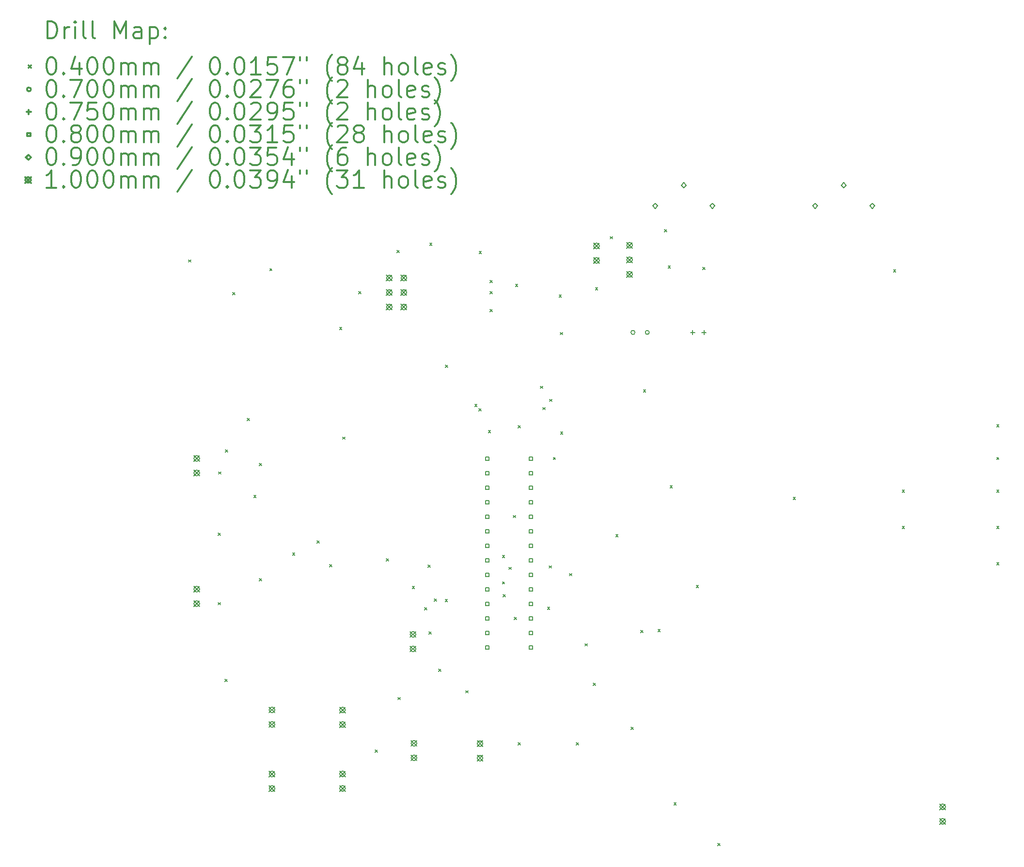
<source format=gbr>
%FSLAX45Y45*%
G04 Gerber Fmt 4.5, Leading zero omitted, Abs format (unit mm)*
G04 Created by KiCad (PCBNEW (5.1.12-1-10_14)) date 2021-12-30 00:25:39*
%MOMM*%
%LPD*%
G01*
G04 APERTURE LIST*
%ADD10C,0.200000*%
%ADD11C,0.300000*%
G04 APERTURE END LIST*
D10*
X2754950Y-4336100D02*
X2794950Y-4376100D01*
X2794950Y-4336100D02*
X2754950Y-4376100D01*
X3269300Y-9117650D02*
X3309300Y-9157650D01*
X3309300Y-9117650D02*
X3269300Y-9157650D01*
X3269300Y-10330500D02*
X3309300Y-10370500D01*
X3309300Y-10330500D02*
X3269300Y-10370500D01*
X3276600Y-8046050D02*
X3316600Y-8086050D01*
X3316600Y-8046050D02*
X3276600Y-8086050D01*
X3389950Y-11670350D02*
X3429950Y-11710350D01*
X3429950Y-11670350D02*
X3389950Y-11710350D01*
X3396300Y-7657150D02*
X3436300Y-7697150D01*
X3436300Y-7657150D02*
X3396300Y-7697150D01*
X3523300Y-4907600D02*
X3563300Y-4947600D01*
X3563300Y-4907600D02*
X3523300Y-4947600D01*
X3777300Y-7111050D02*
X3817300Y-7151050D01*
X3817300Y-7111050D02*
X3777300Y-7151050D01*
X3891600Y-8457250D02*
X3931600Y-8497250D01*
X3931600Y-8457250D02*
X3891600Y-8497250D01*
X3986850Y-7898450D02*
X4026850Y-7938450D01*
X4026850Y-7898450D02*
X3986850Y-7938450D01*
X3986850Y-9911400D02*
X4026850Y-9951400D01*
X4026850Y-9911400D02*
X3986850Y-9951400D01*
X4171000Y-4488500D02*
X4211000Y-4528500D01*
X4211000Y-4488500D02*
X4171000Y-4528500D01*
X4569000Y-9462000D02*
X4609000Y-9502000D01*
X4609000Y-9462000D02*
X4569000Y-9502000D01*
X4996500Y-9251000D02*
X5036500Y-9291000D01*
X5036500Y-9251000D02*
X4996500Y-9291000D01*
X5218750Y-9663750D02*
X5258750Y-9703750D01*
X5258750Y-9663750D02*
X5218750Y-9703750D01*
X5390200Y-5517200D02*
X5430200Y-5557200D01*
X5430200Y-5517200D02*
X5390200Y-5557200D01*
X5447350Y-7434900D02*
X5487350Y-7474900D01*
X5487350Y-7434900D02*
X5447350Y-7474900D01*
X5726750Y-4888550D02*
X5766750Y-4928550D01*
X5766750Y-4888550D02*
X5726750Y-4928550D01*
X6011000Y-12908000D02*
X6051000Y-12948000D01*
X6051000Y-12908000D02*
X6011000Y-12948000D01*
X6209350Y-9562150D02*
X6249350Y-9602150D01*
X6249350Y-9562150D02*
X6209350Y-9602150D01*
X6393500Y-4171000D02*
X6433500Y-4211000D01*
X6433500Y-4171000D02*
X6393500Y-4211000D01*
X6413000Y-11990000D02*
X6453000Y-12030000D01*
X6453000Y-11990000D02*
X6413000Y-12030000D01*
X6660200Y-10044750D02*
X6700200Y-10084750D01*
X6700200Y-10044750D02*
X6660200Y-10084750D01*
X6877000Y-10420000D02*
X6917000Y-10460000D01*
X6917000Y-10420000D02*
X6877000Y-10460000D01*
X6935000Y-9678000D02*
X6975000Y-9718000D01*
X6975000Y-9678000D02*
X6935000Y-9718000D01*
X6955000Y-10846000D02*
X6995000Y-10886000D01*
X6995000Y-10846000D02*
X6955000Y-10886000D01*
X6965000Y-4044000D02*
X7005000Y-4084000D01*
X7005000Y-4044000D02*
X6965000Y-4084000D01*
X7045000Y-10270000D02*
X7085000Y-10310000D01*
X7085000Y-10270000D02*
X7045000Y-10310000D01*
X7122000Y-11494000D02*
X7162000Y-11534000D01*
X7162000Y-11494000D02*
X7122000Y-11534000D01*
X7236000Y-10274000D02*
X7276000Y-10314000D01*
X7276000Y-10274000D02*
X7236000Y-10314000D01*
X7240600Y-6178050D02*
X7280600Y-6218050D01*
X7280600Y-6178050D02*
X7240600Y-6218050D01*
X7597000Y-11873000D02*
X7637000Y-11913000D01*
X7637000Y-11873000D02*
X7597000Y-11913000D01*
X7753377Y-6864377D02*
X7793377Y-6904377D01*
X7793377Y-6864377D02*
X7753377Y-6904377D01*
X7827623Y-6938623D02*
X7867623Y-6978623D01*
X7867623Y-6938623D02*
X7827623Y-6978623D01*
X7828600Y-4190050D02*
X7868600Y-4230050D01*
X7868600Y-4190050D02*
X7828600Y-4230050D01*
X7990600Y-7323850D02*
X8030600Y-7363850D01*
X8030600Y-7323850D02*
X7990600Y-7363850D01*
X8019100Y-4698050D02*
X8059100Y-4738050D01*
X8059100Y-4698050D02*
X8019100Y-4738050D01*
X8019100Y-4888550D02*
X8059100Y-4928550D01*
X8059100Y-4888550D02*
X8019100Y-4928550D01*
X8019100Y-5206050D02*
X8059100Y-5246050D01*
X8059100Y-5206050D02*
X8019100Y-5246050D01*
X8235000Y-9505000D02*
X8275000Y-9545000D01*
X8275000Y-9505000D02*
X8235000Y-9545000D01*
X8237000Y-9966550D02*
X8277000Y-10006550D01*
X8277000Y-9966550D02*
X8237000Y-10006550D01*
X8248450Y-10191550D02*
X8288450Y-10231550D01*
X8288450Y-10191550D02*
X8248450Y-10231550D01*
X8350100Y-9712550D02*
X8390100Y-9752550D01*
X8390100Y-9712550D02*
X8350100Y-9752550D01*
X8425500Y-8806500D02*
X8465500Y-8846500D01*
X8465500Y-8806500D02*
X8425500Y-8846500D01*
X8440750Y-10587050D02*
X8480750Y-10627050D01*
X8480750Y-10587050D02*
X8440750Y-10627050D01*
X8463600Y-4761550D02*
X8503600Y-4801550D01*
X8503600Y-4761550D02*
X8463600Y-4801550D01*
X8508100Y-7239550D02*
X8548100Y-7279550D01*
X8548100Y-7239550D02*
X8508100Y-7279550D01*
X8514000Y-12781000D02*
X8554000Y-12821000D01*
X8554000Y-12781000D02*
X8514000Y-12821000D01*
X8901750Y-6545900D02*
X8941750Y-6585900D01*
X8941750Y-6545900D02*
X8901750Y-6585900D01*
X8940000Y-6920000D02*
X8980000Y-6960000D01*
X8980000Y-6920000D02*
X8940000Y-6960000D01*
X9022400Y-10413050D02*
X9062400Y-10453050D01*
X9062400Y-10413050D02*
X9022400Y-10453050D01*
X9053550Y-9688550D02*
X9093550Y-9728550D01*
X9093550Y-9688550D02*
X9053550Y-9728550D01*
X9060500Y-6774500D02*
X9100500Y-6814500D01*
X9100500Y-6774500D02*
X9060500Y-6814500D01*
X9124000Y-7790500D02*
X9164000Y-7830500D01*
X9164000Y-7790500D02*
X9124000Y-7830500D01*
X9225600Y-4952050D02*
X9265600Y-4992050D01*
X9265600Y-4952050D02*
X9225600Y-4992050D01*
X9244650Y-5606100D02*
X9284650Y-5646100D01*
X9284650Y-5606100D02*
X9244650Y-5646100D01*
X9251000Y-7346000D02*
X9291000Y-7386000D01*
X9291000Y-7346000D02*
X9251000Y-7386000D01*
X9409750Y-9822500D02*
X9449750Y-9862500D01*
X9449750Y-9822500D02*
X9409750Y-9862500D01*
X9528000Y-12780000D02*
X9568000Y-12820000D01*
X9568000Y-12780000D02*
X9528000Y-12820000D01*
X9679000Y-11051000D02*
X9719000Y-11091000D01*
X9719000Y-11051000D02*
X9679000Y-11091000D01*
X9823000Y-11738000D02*
X9863000Y-11778000D01*
X9863000Y-11738000D02*
X9823000Y-11778000D01*
X9860600Y-4825050D02*
X9900600Y-4865050D01*
X9900600Y-4825050D02*
X9860600Y-4865050D01*
X10120100Y-3930550D02*
X10160100Y-3970550D01*
X10160100Y-3930550D02*
X10120100Y-3970550D01*
X10216200Y-9143050D02*
X10256200Y-9183050D01*
X10256200Y-9143050D02*
X10216200Y-9183050D01*
X10482000Y-12511000D02*
X10522000Y-12551000D01*
X10522000Y-12511000D02*
X10482000Y-12551000D01*
X10652000Y-10819000D02*
X10692000Y-10859000D01*
X10692000Y-10819000D02*
X10652000Y-10859000D01*
X10698800Y-6609400D02*
X10738800Y-6649400D01*
X10738800Y-6609400D02*
X10698800Y-6649400D01*
X10952672Y-10802672D02*
X10992672Y-10842672D01*
X10992672Y-10802672D02*
X10952672Y-10842672D01*
X11067100Y-3809050D02*
X11107100Y-3849050D01*
X11107100Y-3809050D02*
X11067100Y-3849050D01*
X11130600Y-4444050D02*
X11170600Y-4484050D01*
X11170600Y-4444050D02*
X11130600Y-4484050D01*
X11166061Y-8288439D02*
X11206061Y-8328439D01*
X11206061Y-8288439D02*
X11166061Y-8328439D01*
X11234000Y-13830000D02*
X11274000Y-13870000D01*
X11274000Y-13830000D02*
X11234000Y-13870000D01*
X11621906Y-10030906D02*
X11661906Y-10070906D01*
X11661906Y-10030906D02*
X11621906Y-10070906D01*
X11738600Y-4471050D02*
X11778600Y-4511050D01*
X11778600Y-4471050D02*
X11738600Y-4511050D01*
X11999000Y-14546000D02*
X12039000Y-14586000D01*
X12039000Y-14546000D02*
X11999000Y-14586000D01*
X13315000Y-8489000D02*
X13355000Y-8529000D01*
X13355000Y-8489000D02*
X13315000Y-8529000D01*
X15067600Y-4507550D02*
X15107600Y-4547550D01*
X15107600Y-4507550D02*
X15067600Y-4547550D01*
X15220000Y-8362000D02*
X15260000Y-8402000D01*
X15260000Y-8362000D02*
X15220000Y-8402000D01*
X15220000Y-8997000D02*
X15260000Y-9037000D01*
X15260000Y-8997000D02*
X15220000Y-9037000D01*
X16871000Y-7219000D02*
X16911000Y-7259000D01*
X16911000Y-7219000D02*
X16871000Y-7259000D01*
X16871000Y-7790500D02*
X16911000Y-7830500D01*
X16911000Y-7790500D02*
X16871000Y-7830500D01*
X16871000Y-8362000D02*
X16911000Y-8402000D01*
X16911000Y-8362000D02*
X16871000Y-8402000D01*
X16871000Y-8997000D02*
X16911000Y-9037000D01*
X16911000Y-8997000D02*
X16871000Y-9037000D01*
X16871000Y-9632000D02*
X16911000Y-9672000D01*
X16911000Y-9632000D02*
X16871000Y-9672000D01*
X10552600Y-5607050D02*
G75*
G03*
X10552600Y-5607050I-35000J0D01*
G01*
X10802600Y-5607050D02*
G75*
G03*
X10802600Y-5607050I-35000J0D01*
G01*
X11558600Y-5569550D02*
X11558600Y-5644550D01*
X11521100Y-5607050D02*
X11596100Y-5607050D01*
X11758600Y-5569550D02*
X11758600Y-5644550D01*
X11721100Y-5607050D02*
X11796100Y-5607050D01*
X8002884Y-7841334D02*
X8002884Y-7784765D01*
X7946315Y-7784765D01*
X7946315Y-7841334D01*
X8002884Y-7841334D01*
X8002884Y-8095334D02*
X8002884Y-8038765D01*
X7946315Y-8038765D01*
X7946315Y-8095334D01*
X8002884Y-8095334D01*
X8002884Y-8349334D02*
X8002884Y-8292765D01*
X7946315Y-8292765D01*
X7946315Y-8349334D01*
X8002884Y-8349334D01*
X8002884Y-8603335D02*
X8002884Y-8546766D01*
X7946315Y-8546766D01*
X7946315Y-8603335D01*
X8002884Y-8603335D01*
X8002884Y-8857335D02*
X8002884Y-8800766D01*
X7946315Y-8800766D01*
X7946315Y-8857335D01*
X8002884Y-8857335D01*
X8002884Y-9111335D02*
X8002884Y-9054766D01*
X7946315Y-9054766D01*
X7946315Y-9111335D01*
X8002884Y-9111335D01*
X8002884Y-9365335D02*
X8002884Y-9308766D01*
X7946315Y-9308766D01*
X7946315Y-9365335D01*
X8002884Y-9365335D01*
X8002884Y-9619335D02*
X8002884Y-9562766D01*
X7946315Y-9562766D01*
X7946315Y-9619335D01*
X8002884Y-9619335D01*
X8002884Y-9873335D02*
X8002884Y-9816766D01*
X7946315Y-9816766D01*
X7946315Y-9873335D01*
X8002884Y-9873335D01*
X8002884Y-10127335D02*
X8002884Y-10070766D01*
X7946315Y-10070766D01*
X7946315Y-10127335D01*
X8002884Y-10127335D01*
X8002884Y-10381335D02*
X8002884Y-10324766D01*
X7946315Y-10324766D01*
X7946315Y-10381335D01*
X8002884Y-10381335D01*
X8002884Y-10635335D02*
X8002884Y-10578766D01*
X7946315Y-10578766D01*
X7946315Y-10635335D01*
X8002884Y-10635335D01*
X8002884Y-10889335D02*
X8002884Y-10832766D01*
X7946315Y-10832766D01*
X7946315Y-10889335D01*
X8002884Y-10889335D01*
X8002884Y-11143335D02*
X8002884Y-11086766D01*
X7946315Y-11086766D01*
X7946315Y-11143335D01*
X8002884Y-11143335D01*
X8764885Y-7841334D02*
X8764885Y-7784765D01*
X8708316Y-7784765D01*
X8708316Y-7841334D01*
X8764885Y-7841334D01*
X8764885Y-8095334D02*
X8764885Y-8038765D01*
X8708316Y-8038765D01*
X8708316Y-8095334D01*
X8764885Y-8095334D01*
X8764885Y-8349334D02*
X8764885Y-8292765D01*
X8708316Y-8292765D01*
X8708316Y-8349334D01*
X8764885Y-8349334D01*
X8764885Y-8603335D02*
X8764885Y-8546766D01*
X8708316Y-8546766D01*
X8708316Y-8603335D01*
X8764885Y-8603335D01*
X8764885Y-8857335D02*
X8764885Y-8800766D01*
X8708316Y-8800766D01*
X8708316Y-8857335D01*
X8764885Y-8857335D01*
X8764885Y-9111335D02*
X8764885Y-9054766D01*
X8708316Y-9054766D01*
X8708316Y-9111335D01*
X8764885Y-9111335D01*
X8764885Y-9365335D02*
X8764885Y-9308766D01*
X8708316Y-9308766D01*
X8708316Y-9365335D01*
X8764885Y-9365335D01*
X8764885Y-9619335D02*
X8764885Y-9562766D01*
X8708316Y-9562766D01*
X8708316Y-9619335D01*
X8764885Y-9619335D01*
X8764885Y-9873335D02*
X8764885Y-9816766D01*
X8708316Y-9816766D01*
X8708316Y-9873335D01*
X8764885Y-9873335D01*
X8764885Y-10127335D02*
X8764885Y-10070766D01*
X8708316Y-10070766D01*
X8708316Y-10127335D01*
X8764885Y-10127335D01*
X8764885Y-10381335D02*
X8764885Y-10324766D01*
X8708316Y-10324766D01*
X8708316Y-10381335D01*
X8764885Y-10381335D01*
X8764885Y-10635335D02*
X8764885Y-10578766D01*
X8708316Y-10578766D01*
X8708316Y-10635335D01*
X8764885Y-10635335D01*
X8764885Y-10889335D02*
X8764885Y-10832766D01*
X8708316Y-10832766D01*
X8708316Y-10889335D01*
X8764885Y-10889335D01*
X8764885Y-11143335D02*
X8764885Y-11086766D01*
X8708316Y-11086766D01*
X8708316Y-11143335D01*
X8764885Y-11143335D01*
X10904600Y-3439050D02*
X10949600Y-3394050D01*
X10904600Y-3349050D01*
X10859600Y-3394050D01*
X10904600Y-3439050D01*
X11404600Y-3079050D02*
X11449600Y-3034050D01*
X11404600Y-2989050D01*
X11359600Y-3034050D01*
X11404600Y-3079050D01*
X11904600Y-3439050D02*
X11949600Y-3394050D01*
X11904600Y-3349050D01*
X11859600Y-3394050D01*
X11904600Y-3439050D01*
X13698600Y-3439050D02*
X13743600Y-3394050D01*
X13698600Y-3349050D01*
X13653600Y-3394050D01*
X13698600Y-3439050D01*
X14198600Y-3079050D02*
X14243600Y-3034050D01*
X14198600Y-2989050D01*
X14153600Y-3034050D01*
X14198600Y-3079050D01*
X14698600Y-3439050D02*
X14743600Y-3394050D01*
X14698600Y-3349050D01*
X14653600Y-3394050D01*
X14698600Y-3439050D01*
X2845600Y-7760500D02*
X2945600Y-7860500D01*
X2945600Y-7760500D02*
X2845600Y-7860500D01*
X2945600Y-7810500D02*
G75*
G03*
X2945600Y-7810500I-50000J0D01*
G01*
X2845600Y-8014500D02*
X2945600Y-8114500D01*
X2945600Y-8014500D02*
X2845600Y-8114500D01*
X2945600Y-8064500D02*
G75*
G03*
X2945600Y-8064500I-50000J0D01*
G01*
X2845600Y-10046500D02*
X2945600Y-10146500D01*
X2945600Y-10046500D02*
X2845600Y-10146500D01*
X2945600Y-10096500D02*
G75*
G03*
X2945600Y-10096500I-50000J0D01*
G01*
X2845600Y-10300500D02*
X2945600Y-10400500D01*
X2945600Y-10300500D02*
X2845600Y-10400500D01*
X2945600Y-10350500D02*
G75*
G03*
X2945600Y-10350500I-50000J0D01*
G01*
X4161000Y-12160000D02*
X4261000Y-12260000D01*
X4261000Y-12160000D02*
X4161000Y-12260000D01*
X4261000Y-12210000D02*
G75*
G03*
X4261000Y-12210000I-50000J0D01*
G01*
X4161000Y-12414000D02*
X4261000Y-12514000D01*
X4261000Y-12414000D02*
X4161000Y-12514000D01*
X4261000Y-12464000D02*
G75*
G03*
X4261000Y-12464000I-50000J0D01*
G01*
X4162000Y-13281000D02*
X4262000Y-13381000D01*
X4262000Y-13281000D02*
X4162000Y-13381000D01*
X4262000Y-13331000D02*
G75*
G03*
X4262000Y-13331000I-50000J0D01*
G01*
X4162000Y-13535000D02*
X4262000Y-13635000D01*
X4262000Y-13535000D02*
X4162000Y-13635000D01*
X4262000Y-13585000D02*
G75*
G03*
X4262000Y-13585000I-50000J0D01*
G01*
X5393000Y-12161000D02*
X5493000Y-12261000D01*
X5493000Y-12161000D02*
X5393000Y-12261000D01*
X5493000Y-12211000D02*
G75*
G03*
X5493000Y-12211000I-50000J0D01*
G01*
X5393000Y-12415000D02*
X5493000Y-12515000D01*
X5493000Y-12415000D02*
X5393000Y-12515000D01*
X5493000Y-12465000D02*
G75*
G03*
X5493000Y-12465000I-50000J0D01*
G01*
X5393000Y-13279000D02*
X5493000Y-13379000D01*
X5493000Y-13279000D02*
X5393000Y-13379000D01*
X5493000Y-13329000D02*
G75*
G03*
X5493000Y-13329000I-50000J0D01*
G01*
X5393000Y-13533000D02*
X5493000Y-13633000D01*
X5493000Y-13533000D02*
X5393000Y-13633000D01*
X5493000Y-13583000D02*
G75*
G03*
X5493000Y-13583000I-50000J0D01*
G01*
X6211100Y-4604550D02*
X6311100Y-4704550D01*
X6311100Y-4604550D02*
X6211100Y-4704550D01*
X6311100Y-4654550D02*
G75*
G03*
X6311100Y-4654550I-50000J0D01*
G01*
X6211100Y-4858550D02*
X6311100Y-4958550D01*
X6311100Y-4858550D02*
X6211100Y-4958550D01*
X6311100Y-4908550D02*
G75*
G03*
X6311100Y-4908550I-50000J0D01*
G01*
X6211100Y-5112550D02*
X6311100Y-5212550D01*
X6311100Y-5112550D02*
X6211100Y-5212550D01*
X6311100Y-5162550D02*
G75*
G03*
X6311100Y-5162550I-50000J0D01*
G01*
X6465100Y-4604550D02*
X6565100Y-4704550D01*
X6565100Y-4604550D02*
X6465100Y-4704550D01*
X6565100Y-4654550D02*
G75*
G03*
X6565100Y-4654550I-50000J0D01*
G01*
X6465100Y-4858550D02*
X6565100Y-4958550D01*
X6565100Y-4858550D02*
X6465100Y-4958550D01*
X6565100Y-4908550D02*
G75*
G03*
X6565100Y-4908550I-50000J0D01*
G01*
X6465100Y-5112550D02*
X6565100Y-5212550D01*
X6565100Y-5112550D02*
X6465100Y-5212550D01*
X6565100Y-5162550D02*
G75*
G03*
X6565100Y-5162550I-50000J0D01*
G01*
X6625000Y-10839000D02*
X6725000Y-10939000D01*
X6725000Y-10839000D02*
X6625000Y-10939000D01*
X6725000Y-10889000D02*
G75*
G03*
X6725000Y-10889000I-50000J0D01*
G01*
X6625000Y-11093000D02*
X6725000Y-11193000D01*
X6725000Y-11093000D02*
X6625000Y-11193000D01*
X6725000Y-11143000D02*
G75*
G03*
X6725000Y-11143000I-50000J0D01*
G01*
X6641000Y-12744000D02*
X6741000Y-12844000D01*
X6741000Y-12744000D02*
X6641000Y-12844000D01*
X6741000Y-12794000D02*
G75*
G03*
X6741000Y-12794000I-50000J0D01*
G01*
X6641000Y-12998000D02*
X6741000Y-13098000D01*
X6741000Y-12998000D02*
X6641000Y-13098000D01*
X6741000Y-13048000D02*
G75*
G03*
X6741000Y-13048000I-50000J0D01*
G01*
X7795000Y-12749000D02*
X7895000Y-12849000D01*
X7895000Y-12749000D02*
X7795000Y-12849000D01*
X7895000Y-12799000D02*
G75*
G03*
X7895000Y-12799000I-50000J0D01*
G01*
X7795000Y-13003000D02*
X7895000Y-13103000D01*
X7895000Y-13003000D02*
X7795000Y-13103000D01*
X7895000Y-13053000D02*
G75*
G03*
X7895000Y-13053000I-50000J0D01*
G01*
X9830600Y-4044480D02*
X9930600Y-4144480D01*
X9930600Y-4044480D02*
X9830600Y-4144480D01*
X9930600Y-4094480D02*
G75*
G03*
X9930600Y-4094480I-50000J0D01*
G01*
X9830600Y-4298480D02*
X9930600Y-4398480D01*
X9930600Y-4298480D02*
X9830600Y-4398480D01*
X9930600Y-4348480D02*
G75*
G03*
X9930600Y-4348480I-50000J0D01*
G01*
X10408450Y-4033050D02*
X10508450Y-4133050D01*
X10508450Y-4033050D02*
X10408450Y-4133050D01*
X10508450Y-4083050D02*
G75*
G03*
X10508450Y-4083050I-50000J0D01*
G01*
X10408450Y-4287050D02*
X10508450Y-4387050D01*
X10508450Y-4287050D02*
X10408450Y-4387050D01*
X10508450Y-4337050D02*
G75*
G03*
X10508450Y-4337050I-50000J0D01*
G01*
X10408450Y-4541050D02*
X10508450Y-4641050D01*
X10508450Y-4541050D02*
X10408450Y-4641050D01*
X10508450Y-4591050D02*
G75*
G03*
X10508450Y-4591050I-50000J0D01*
G01*
X15879000Y-13855000D02*
X15979000Y-13955000D01*
X15979000Y-13855000D02*
X15879000Y-13955000D01*
X15979000Y-13905000D02*
G75*
G03*
X15979000Y-13905000I-50000J0D01*
G01*
X15879000Y-14109000D02*
X15979000Y-14209000D01*
X15979000Y-14109000D02*
X15879000Y-14209000D01*
X15979000Y-14159000D02*
G75*
G03*
X15979000Y-14159000I-50000J0D01*
G01*
D11*
X286429Y-465714D02*
X286429Y-165714D01*
X357857Y-165714D01*
X400714Y-180000D01*
X429286Y-208571D01*
X443571Y-237143D01*
X457857Y-294286D01*
X457857Y-337143D01*
X443571Y-394286D01*
X429286Y-422857D01*
X400714Y-451428D01*
X357857Y-465714D01*
X286429Y-465714D01*
X586429Y-465714D02*
X586429Y-265714D01*
X586429Y-322857D02*
X600714Y-294286D01*
X615000Y-280000D01*
X643571Y-265714D01*
X672143Y-265714D01*
X772143Y-465714D02*
X772143Y-265714D01*
X772143Y-165714D02*
X757857Y-180000D01*
X772143Y-194286D01*
X786428Y-180000D01*
X772143Y-165714D01*
X772143Y-194286D01*
X957857Y-465714D02*
X929286Y-451428D01*
X915000Y-422857D01*
X915000Y-165714D01*
X1115000Y-465714D02*
X1086429Y-451428D01*
X1072143Y-422857D01*
X1072143Y-165714D01*
X1457857Y-465714D02*
X1457857Y-165714D01*
X1557857Y-380000D01*
X1657857Y-165714D01*
X1657857Y-465714D01*
X1929286Y-465714D02*
X1929286Y-308571D01*
X1915000Y-280000D01*
X1886428Y-265714D01*
X1829286Y-265714D01*
X1800714Y-280000D01*
X1929286Y-451428D02*
X1900714Y-465714D01*
X1829286Y-465714D01*
X1800714Y-451428D01*
X1786428Y-422857D01*
X1786428Y-394286D01*
X1800714Y-365714D01*
X1829286Y-351428D01*
X1900714Y-351428D01*
X1929286Y-337143D01*
X2072143Y-265714D02*
X2072143Y-565714D01*
X2072143Y-280000D02*
X2100714Y-265714D01*
X2157857Y-265714D01*
X2186429Y-280000D01*
X2200714Y-294286D01*
X2215000Y-322857D01*
X2215000Y-408571D01*
X2200714Y-437143D01*
X2186429Y-451428D01*
X2157857Y-465714D01*
X2100714Y-465714D01*
X2072143Y-451428D01*
X2343571Y-437143D02*
X2357857Y-451428D01*
X2343571Y-465714D01*
X2329286Y-451428D01*
X2343571Y-437143D01*
X2343571Y-465714D01*
X2343571Y-280000D02*
X2357857Y-294286D01*
X2343571Y-308571D01*
X2329286Y-294286D01*
X2343571Y-280000D01*
X2343571Y-308571D01*
X-40000Y-940000D02*
X0Y-980000D01*
X0Y-940000D02*
X-40000Y-980000D01*
X343571Y-795714D02*
X372143Y-795714D01*
X400714Y-810000D01*
X415000Y-824286D01*
X429286Y-852857D01*
X443571Y-910000D01*
X443571Y-981428D01*
X429286Y-1038571D01*
X415000Y-1067143D01*
X400714Y-1081429D01*
X372143Y-1095714D01*
X343571Y-1095714D01*
X315000Y-1081429D01*
X300714Y-1067143D01*
X286429Y-1038571D01*
X272143Y-981428D01*
X272143Y-910000D01*
X286429Y-852857D01*
X300714Y-824286D01*
X315000Y-810000D01*
X343571Y-795714D01*
X572143Y-1067143D02*
X586429Y-1081429D01*
X572143Y-1095714D01*
X557857Y-1081429D01*
X572143Y-1067143D01*
X572143Y-1095714D01*
X843571Y-895714D02*
X843571Y-1095714D01*
X772143Y-781428D02*
X700714Y-995714D01*
X886428Y-995714D01*
X1057857Y-795714D02*
X1086429Y-795714D01*
X1115000Y-810000D01*
X1129286Y-824286D01*
X1143571Y-852857D01*
X1157857Y-910000D01*
X1157857Y-981428D01*
X1143571Y-1038571D01*
X1129286Y-1067143D01*
X1115000Y-1081429D01*
X1086429Y-1095714D01*
X1057857Y-1095714D01*
X1029286Y-1081429D01*
X1015000Y-1067143D01*
X1000714Y-1038571D01*
X986428Y-981428D01*
X986428Y-910000D01*
X1000714Y-852857D01*
X1015000Y-824286D01*
X1029286Y-810000D01*
X1057857Y-795714D01*
X1343571Y-795714D02*
X1372143Y-795714D01*
X1400714Y-810000D01*
X1415000Y-824286D01*
X1429286Y-852857D01*
X1443571Y-910000D01*
X1443571Y-981428D01*
X1429286Y-1038571D01*
X1415000Y-1067143D01*
X1400714Y-1081429D01*
X1372143Y-1095714D01*
X1343571Y-1095714D01*
X1315000Y-1081429D01*
X1300714Y-1067143D01*
X1286429Y-1038571D01*
X1272143Y-981428D01*
X1272143Y-910000D01*
X1286429Y-852857D01*
X1300714Y-824286D01*
X1315000Y-810000D01*
X1343571Y-795714D01*
X1572143Y-1095714D02*
X1572143Y-895714D01*
X1572143Y-924286D02*
X1586428Y-910000D01*
X1615000Y-895714D01*
X1657857Y-895714D01*
X1686428Y-910000D01*
X1700714Y-938571D01*
X1700714Y-1095714D01*
X1700714Y-938571D02*
X1715000Y-910000D01*
X1743571Y-895714D01*
X1786428Y-895714D01*
X1815000Y-910000D01*
X1829286Y-938571D01*
X1829286Y-1095714D01*
X1972143Y-1095714D02*
X1972143Y-895714D01*
X1972143Y-924286D02*
X1986428Y-910000D01*
X2015000Y-895714D01*
X2057857Y-895714D01*
X2086428Y-910000D01*
X2100714Y-938571D01*
X2100714Y-1095714D01*
X2100714Y-938571D02*
X2115000Y-910000D01*
X2143571Y-895714D01*
X2186429Y-895714D01*
X2215000Y-910000D01*
X2229286Y-938571D01*
X2229286Y-1095714D01*
X2815000Y-781428D02*
X2557857Y-1167143D01*
X3200714Y-795714D02*
X3229286Y-795714D01*
X3257857Y-810000D01*
X3272143Y-824286D01*
X3286428Y-852857D01*
X3300714Y-910000D01*
X3300714Y-981428D01*
X3286428Y-1038571D01*
X3272143Y-1067143D01*
X3257857Y-1081429D01*
X3229286Y-1095714D01*
X3200714Y-1095714D01*
X3172143Y-1081429D01*
X3157857Y-1067143D01*
X3143571Y-1038571D01*
X3129286Y-981428D01*
X3129286Y-910000D01*
X3143571Y-852857D01*
X3157857Y-824286D01*
X3172143Y-810000D01*
X3200714Y-795714D01*
X3429286Y-1067143D02*
X3443571Y-1081429D01*
X3429286Y-1095714D01*
X3415000Y-1081429D01*
X3429286Y-1067143D01*
X3429286Y-1095714D01*
X3629286Y-795714D02*
X3657857Y-795714D01*
X3686428Y-810000D01*
X3700714Y-824286D01*
X3715000Y-852857D01*
X3729286Y-910000D01*
X3729286Y-981428D01*
X3715000Y-1038571D01*
X3700714Y-1067143D01*
X3686428Y-1081429D01*
X3657857Y-1095714D01*
X3629286Y-1095714D01*
X3600714Y-1081429D01*
X3586428Y-1067143D01*
X3572143Y-1038571D01*
X3557857Y-981428D01*
X3557857Y-910000D01*
X3572143Y-852857D01*
X3586428Y-824286D01*
X3600714Y-810000D01*
X3629286Y-795714D01*
X4015000Y-1095714D02*
X3843571Y-1095714D01*
X3929286Y-1095714D02*
X3929286Y-795714D01*
X3900714Y-838571D01*
X3872143Y-867143D01*
X3843571Y-881428D01*
X4286429Y-795714D02*
X4143571Y-795714D01*
X4129286Y-938571D01*
X4143571Y-924286D01*
X4172143Y-910000D01*
X4243571Y-910000D01*
X4272143Y-924286D01*
X4286429Y-938571D01*
X4300714Y-967143D01*
X4300714Y-1038571D01*
X4286429Y-1067143D01*
X4272143Y-1081429D01*
X4243571Y-1095714D01*
X4172143Y-1095714D01*
X4143571Y-1081429D01*
X4129286Y-1067143D01*
X4400714Y-795714D02*
X4600714Y-795714D01*
X4472143Y-1095714D01*
X4700714Y-795714D02*
X4700714Y-852857D01*
X4815000Y-795714D02*
X4815000Y-852857D01*
X5257857Y-1210000D02*
X5243571Y-1195714D01*
X5215000Y-1152857D01*
X5200714Y-1124286D01*
X5186429Y-1081429D01*
X5172143Y-1010000D01*
X5172143Y-952857D01*
X5186429Y-881428D01*
X5200714Y-838571D01*
X5215000Y-810000D01*
X5243571Y-767143D01*
X5257857Y-752857D01*
X5415000Y-924286D02*
X5386429Y-910000D01*
X5372143Y-895714D01*
X5357857Y-867143D01*
X5357857Y-852857D01*
X5372143Y-824286D01*
X5386429Y-810000D01*
X5415000Y-795714D01*
X5472143Y-795714D01*
X5500714Y-810000D01*
X5515000Y-824286D01*
X5529286Y-852857D01*
X5529286Y-867143D01*
X5515000Y-895714D01*
X5500714Y-910000D01*
X5472143Y-924286D01*
X5415000Y-924286D01*
X5386429Y-938571D01*
X5372143Y-952857D01*
X5357857Y-981428D01*
X5357857Y-1038571D01*
X5372143Y-1067143D01*
X5386429Y-1081429D01*
X5415000Y-1095714D01*
X5472143Y-1095714D01*
X5500714Y-1081429D01*
X5515000Y-1067143D01*
X5529286Y-1038571D01*
X5529286Y-981428D01*
X5515000Y-952857D01*
X5500714Y-938571D01*
X5472143Y-924286D01*
X5786428Y-895714D02*
X5786428Y-1095714D01*
X5715000Y-781428D02*
X5643571Y-995714D01*
X5829286Y-995714D01*
X6172143Y-1095714D02*
X6172143Y-795714D01*
X6300714Y-1095714D02*
X6300714Y-938571D01*
X6286428Y-910000D01*
X6257857Y-895714D01*
X6215000Y-895714D01*
X6186428Y-910000D01*
X6172143Y-924286D01*
X6486428Y-1095714D02*
X6457857Y-1081429D01*
X6443571Y-1067143D01*
X6429286Y-1038571D01*
X6429286Y-952857D01*
X6443571Y-924286D01*
X6457857Y-910000D01*
X6486428Y-895714D01*
X6529286Y-895714D01*
X6557857Y-910000D01*
X6572143Y-924286D01*
X6586428Y-952857D01*
X6586428Y-1038571D01*
X6572143Y-1067143D01*
X6557857Y-1081429D01*
X6529286Y-1095714D01*
X6486428Y-1095714D01*
X6757857Y-1095714D02*
X6729286Y-1081429D01*
X6715000Y-1052857D01*
X6715000Y-795714D01*
X6986428Y-1081429D02*
X6957857Y-1095714D01*
X6900714Y-1095714D01*
X6872143Y-1081429D01*
X6857857Y-1052857D01*
X6857857Y-938571D01*
X6872143Y-910000D01*
X6900714Y-895714D01*
X6957857Y-895714D01*
X6986428Y-910000D01*
X7000714Y-938571D01*
X7000714Y-967143D01*
X6857857Y-995714D01*
X7115000Y-1081429D02*
X7143571Y-1095714D01*
X7200714Y-1095714D01*
X7229286Y-1081429D01*
X7243571Y-1052857D01*
X7243571Y-1038571D01*
X7229286Y-1010000D01*
X7200714Y-995714D01*
X7157857Y-995714D01*
X7129286Y-981428D01*
X7115000Y-952857D01*
X7115000Y-938571D01*
X7129286Y-910000D01*
X7157857Y-895714D01*
X7200714Y-895714D01*
X7229286Y-910000D01*
X7343571Y-1210000D02*
X7357857Y-1195714D01*
X7386428Y-1152857D01*
X7400714Y-1124286D01*
X7415000Y-1081429D01*
X7429286Y-1010000D01*
X7429286Y-952857D01*
X7415000Y-881428D01*
X7400714Y-838571D01*
X7386428Y-810000D01*
X7357857Y-767143D01*
X7343571Y-752857D01*
X0Y-1356000D02*
G75*
G03*
X0Y-1356000I-35000J0D01*
G01*
X343571Y-1191714D02*
X372143Y-1191714D01*
X400714Y-1206000D01*
X415000Y-1220286D01*
X429286Y-1248857D01*
X443571Y-1306000D01*
X443571Y-1377429D01*
X429286Y-1434571D01*
X415000Y-1463143D01*
X400714Y-1477428D01*
X372143Y-1491714D01*
X343571Y-1491714D01*
X315000Y-1477428D01*
X300714Y-1463143D01*
X286429Y-1434571D01*
X272143Y-1377429D01*
X272143Y-1306000D01*
X286429Y-1248857D01*
X300714Y-1220286D01*
X315000Y-1206000D01*
X343571Y-1191714D01*
X572143Y-1463143D02*
X586429Y-1477428D01*
X572143Y-1491714D01*
X557857Y-1477428D01*
X572143Y-1463143D01*
X572143Y-1491714D01*
X686429Y-1191714D02*
X886428Y-1191714D01*
X757857Y-1491714D01*
X1057857Y-1191714D02*
X1086429Y-1191714D01*
X1115000Y-1206000D01*
X1129286Y-1220286D01*
X1143571Y-1248857D01*
X1157857Y-1306000D01*
X1157857Y-1377429D01*
X1143571Y-1434571D01*
X1129286Y-1463143D01*
X1115000Y-1477428D01*
X1086429Y-1491714D01*
X1057857Y-1491714D01*
X1029286Y-1477428D01*
X1015000Y-1463143D01*
X1000714Y-1434571D01*
X986428Y-1377429D01*
X986428Y-1306000D01*
X1000714Y-1248857D01*
X1015000Y-1220286D01*
X1029286Y-1206000D01*
X1057857Y-1191714D01*
X1343571Y-1191714D02*
X1372143Y-1191714D01*
X1400714Y-1206000D01*
X1415000Y-1220286D01*
X1429286Y-1248857D01*
X1443571Y-1306000D01*
X1443571Y-1377429D01*
X1429286Y-1434571D01*
X1415000Y-1463143D01*
X1400714Y-1477428D01*
X1372143Y-1491714D01*
X1343571Y-1491714D01*
X1315000Y-1477428D01*
X1300714Y-1463143D01*
X1286429Y-1434571D01*
X1272143Y-1377429D01*
X1272143Y-1306000D01*
X1286429Y-1248857D01*
X1300714Y-1220286D01*
X1315000Y-1206000D01*
X1343571Y-1191714D01*
X1572143Y-1491714D02*
X1572143Y-1291714D01*
X1572143Y-1320286D02*
X1586428Y-1306000D01*
X1615000Y-1291714D01*
X1657857Y-1291714D01*
X1686428Y-1306000D01*
X1700714Y-1334571D01*
X1700714Y-1491714D01*
X1700714Y-1334571D02*
X1715000Y-1306000D01*
X1743571Y-1291714D01*
X1786428Y-1291714D01*
X1815000Y-1306000D01*
X1829286Y-1334571D01*
X1829286Y-1491714D01*
X1972143Y-1491714D02*
X1972143Y-1291714D01*
X1972143Y-1320286D02*
X1986428Y-1306000D01*
X2015000Y-1291714D01*
X2057857Y-1291714D01*
X2086428Y-1306000D01*
X2100714Y-1334571D01*
X2100714Y-1491714D01*
X2100714Y-1334571D02*
X2115000Y-1306000D01*
X2143571Y-1291714D01*
X2186429Y-1291714D01*
X2215000Y-1306000D01*
X2229286Y-1334571D01*
X2229286Y-1491714D01*
X2815000Y-1177429D02*
X2557857Y-1563143D01*
X3200714Y-1191714D02*
X3229286Y-1191714D01*
X3257857Y-1206000D01*
X3272143Y-1220286D01*
X3286428Y-1248857D01*
X3300714Y-1306000D01*
X3300714Y-1377429D01*
X3286428Y-1434571D01*
X3272143Y-1463143D01*
X3257857Y-1477428D01*
X3229286Y-1491714D01*
X3200714Y-1491714D01*
X3172143Y-1477428D01*
X3157857Y-1463143D01*
X3143571Y-1434571D01*
X3129286Y-1377429D01*
X3129286Y-1306000D01*
X3143571Y-1248857D01*
X3157857Y-1220286D01*
X3172143Y-1206000D01*
X3200714Y-1191714D01*
X3429286Y-1463143D02*
X3443571Y-1477428D01*
X3429286Y-1491714D01*
X3415000Y-1477428D01*
X3429286Y-1463143D01*
X3429286Y-1491714D01*
X3629286Y-1191714D02*
X3657857Y-1191714D01*
X3686428Y-1206000D01*
X3700714Y-1220286D01*
X3715000Y-1248857D01*
X3729286Y-1306000D01*
X3729286Y-1377429D01*
X3715000Y-1434571D01*
X3700714Y-1463143D01*
X3686428Y-1477428D01*
X3657857Y-1491714D01*
X3629286Y-1491714D01*
X3600714Y-1477428D01*
X3586428Y-1463143D01*
X3572143Y-1434571D01*
X3557857Y-1377429D01*
X3557857Y-1306000D01*
X3572143Y-1248857D01*
X3586428Y-1220286D01*
X3600714Y-1206000D01*
X3629286Y-1191714D01*
X3843571Y-1220286D02*
X3857857Y-1206000D01*
X3886428Y-1191714D01*
X3957857Y-1191714D01*
X3986428Y-1206000D01*
X4000714Y-1220286D01*
X4015000Y-1248857D01*
X4015000Y-1277429D01*
X4000714Y-1320286D01*
X3829286Y-1491714D01*
X4015000Y-1491714D01*
X4115000Y-1191714D02*
X4315000Y-1191714D01*
X4186428Y-1491714D01*
X4557857Y-1191714D02*
X4500714Y-1191714D01*
X4472143Y-1206000D01*
X4457857Y-1220286D01*
X4429286Y-1263143D01*
X4415000Y-1320286D01*
X4415000Y-1434571D01*
X4429286Y-1463143D01*
X4443571Y-1477428D01*
X4472143Y-1491714D01*
X4529286Y-1491714D01*
X4557857Y-1477428D01*
X4572143Y-1463143D01*
X4586429Y-1434571D01*
X4586429Y-1363143D01*
X4572143Y-1334571D01*
X4557857Y-1320286D01*
X4529286Y-1306000D01*
X4472143Y-1306000D01*
X4443571Y-1320286D01*
X4429286Y-1334571D01*
X4415000Y-1363143D01*
X4700714Y-1191714D02*
X4700714Y-1248857D01*
X4815000Y-1191714D02*
X4815000Y-1248857D01*
X5257857Y-1606000D02*
X5243571Y-1591714D01*
X5215000Y-1548857D01*
X5200714Y-1520286D01*
X5186429Y-1477428D01*
X5172143Y-1406000D01*
X5172143Y-1348857D01*
X5186429Y-1277429D01*
X5200714Y-1234571D01*
X5215000Y-1206000D01*
X5243571Y-1163143D01*
X5257857Y-1148857D01*
X5357857Y-1220286D02*
X5372143Y-1206000D01*
X5400714Y-1191714D01*
X5472143Y-1191714D01*
X5500714Y-1206000D01*
X5515000Y-1220286D01*
X5529286Y-1248857D01*
X5529286Y-1277429D01*
X5515000Y-1320286D01*
X5343571Y-1491714D01*
X5529286Y-1491714D01*
X5886428Y-1491714D02*
X5886428Y-1191714D01*
X6015000Y-1491714D02*
X6015000Y-1334571D01*
X6000714Y-1306000D01*
X5972143Y-1291714D01*
X5929286Y-1291714D01*
X5900714Y-1306000D01*
X5886428Y-1320286D01*
X6200714Y-1491714D02*
X6172143Y-1477428D01*
X6157857Y-1463143D01*
X6143571Y-1434571D01*
X6143571Y-1348857D01*
X6157857Y-1320286D01*
X6172143Y-1306000D01*
X6200714Y-1291714D01*
X6243571Y-1291714D01*
X6272143Y-1306000D01*
X6286428Y-1320286D01*
X6300714Y-1348857D01*
X6300714Y-1434571D01*
X6286428Y-1463143D01*
X6272143Y-1477428D01*
X6243571Y-1491714D01*
X6200714Y-1491714D01*
X6472143Y-1491714D02*
X6443571Y-1477428D01*
X6429286Y-1448857D01*
X6429286Y-1191714D01*
X6700714Y-1477428D02*
X6672143Y-1491714D01*
X6615000Y-1491714D01*
X6586428Y-1477428D01*
X6572143Y-1448857D01*
X6572143Y-1334571D01*
X6586428Y-1306000D01*
X6615000Y-1291714D01*
X6672143Y-1291714D01*
X6700714Y-1306000D01*
X6715000Y-1334571D01*
X6715000Y-1363143D01*
X6572143Y-1391714D01*
X6829286Y-1477428D02*
X6857857Y-1491714D01*
X6915000Y-1491714D01*
X6943571Y-1477428D01*
X6957857Y-1448857D01*
X6957857Y-1434571D01*
X6943571Y-1406000D01*
X6915000Y-1391714D01*
X6872143Y-1391714D01*
X6843571Y-1377429D01*
X6829286Y-1348857D01*
X6829286Y-1334571D01*
X6843571Y-1306000D01*
X6872143Y-1291714D01*
X6915000Y-1291714D01*
X6943571Y-1306000D01*
X7057857Y-1606000D02*
X7072143Y-1591714D01*
X7100714Y-1548857D01*
X7115000Y-1520286D01*
X7129286Y-1477428D01*
X7143571Y-1406000D01*
X7143571Y-1348857D01*
X7129286Y-1277429D01*
X7115000Y-1234571D01*
X7100714Y-1206000D01*
X7072143Y-1163143D01*
X7057857Y-1148857D01*
X-37500Y-1714500D02*
X-37500Y-1789500D01*
X-75000Y-1752000D02*
X0Y-1752000D01*
X343571Y-1587714D02*
X372143Y-1587714D01*
X400714Y-1602000D01*
X415000Y-1616286D01*
X429286Y-1644857D01*
X443571Y-1702000D01*
X443571Y-1773428D01*
X429286Y-1830571D01*
X415000Y-1859143D01*
X400714Y-1873428D01*
X372143Y-1887714D01*
X343571Y-1887714D01*
X315000Y-1873428D01*
X300714Y-1859143D01*
X286429Y-1830571D01*
X272143Y-1773428D01*
X272143Y-1702000D01*
X286429Y-1644857D01*
X300714Y-1616286D01*
X315000Y-1602000D01*
X343571Y-1587714D01*
X572143Y-1859143D02*
X586429Y-1873428D01*
X572143Y-1887714D01*
X557857Y-1873428D01*
X572143Y-1859143D01*
X572143Y-1887714D01*
X686429Y-1587714D02*
X886428Y-1587714D01*
X757857Y-1887714D01*
X1143571Y-1587714D02*
X1000714Y-1587714D01*
X986428Y-1730571D01*
X1000714Y-1716286D01*
X1029286Y-1702000D01*
X1100714Y-1702000D01*
X1129286Y-1716286D01*
X1143571Y-1730571D01*
X1157857Y-1759143D01*
X1157857Y-1830571D01*
X1143571Y-1859143D01*
X1129286Y-1873428D01*
X1100714Y-1887714D01*
X1029286Y-1887714D01*
X1000714Y-1873428D01*
X986428Y-1859143D01*
X1343571Y-1587714D02*
X1372143Y-1587714D01*
X1400714Y-1602000D01*
X1415000Y-1616286D01*
X1429286Y-1644857D01*
X1443571Y-1702000D01*
X1443571Y-1773428D01*
X1429286Y-1830571D01*
X1415000Y-1859143D01*
X1400714Y-1873428D01*
X1372143Y-1887714D01*
X1343571Y-1887714D01*
X1315000Y-1873428D01*
X1300714Y-1859143D01*
X1286429Y-1830571D01*
X1272143Y-1773428D01*
X1272143Y-1702000D01*
X1286429Y-1644857D01*
X1300714Y-1616286D01*
X1315000Y-1602000D01*
X1343571Y-1587714D01*
X1572143Y-1887714D02*
X1572143Y-1687714D01*
X1572143Y-1716286D02*
X1586428Y-1702000D01*
X1615000Y-1687714D01*
X1657857Y-1687714D01*
X1686428Y-1702000D01*
X1700714Y-1730571D01*
X1700714Y-1887714D01*
X1700714Y-1730571D02*
X1715000Y-1702000D01*
X1743571Y-1687714D01*
X1786428Y-1687714D01*
X1815000Y-1702000D01*
X1829286Y-1730571D01*
X1829286Y-1887714D01*
X1972143Y-1887714D02*
X1972143Y-1687714D01*
X1972143Y-1716286D02*
X1986428Y-1702000D01*
X2015000Y-1687714D01*
X2057857Y-1687714D01*
X2086428Y-1702000D01*
X2100714Y-1730571D01*
X2100714Y-1887714D01*
X2100714Y-1730571D02*
X2115000Y-1702000D01*
X2143571Y-1687714D01*
X2186429Y-1687714D01*
X2215000Y-1702000D01*
X2229286Y-1730571D01*
X2229286Y-1887714D01*
X2815000Y-1573428D02*
X2557857Y-1959143D01*
X3200714Y-1587714D02*
X3229286Y-1587714D01*
X3257857Y-1602000D01*
X3272143Y-1616286D01*
X3286428Y-1644857D01*
X3300714Y-1702000D01*
X3300714Y-1773428D01*
X3286428Y-1830571D01*
X3272143Y-1859143D01*
X3257857Y-1873428D01*
X3229286Y-1887714D01*
X3200714Y-1887714D01*
X3172143Y-1873428D01*
X3157857Y-1859143D01*
X3143571Y-1830571D01*
X3129286Y-1773428D01*
X3129286Y-1702000D01*
X3143571Y-1644857D01*
X3157857Y-1616286D01*
X3172143Y-1602000D01*
X3200714Y-1587714D01*
X3429286Y-1859143D02*
X3443571Y-1873428D01*
X3429286Y-1887714D01*
X3415000Y-1873428D01*
X3429286Y-1859143D01*
X3429286Y-1887714D01*
X3629286Y-1587714D02*
X3657857Y-1587714D01*
X3686428Y-1602000D01*
X3700714Y-1616286D01*
X3715000Y-1644857D01*
X3729286Y-1702000D01*
X3729286Y-1773428D01*
X3715000Y-1830571D01*
X3700714Y-1859143D01*
X3686428Y-1873428D01*
X3657857Y-1887714D01*
X3629286Y-1887714D01*
X3600714Y-1873428D01*
X3586428Y-1859143D01*
X3572143Y-1830571D01*
X3557857Y-1773428D01*
X3557857Y-1702000D01*
X3572143Y-1644857D01*
X3586428Y-1616286D01*
X3600714Y-1602000D01*
X3629286Y-1587714D01*
X3843571Y-1616286D02*
X3857857Y-1602000D01*
X3886428Y-1587714D01*
X3957857Y-1587714D01*
X3986428Y-1602000D01*
X4000714Y-1616286D01*
X4015000Y-1644857D01*
X4015000Y-1673428D01*
X4000714Y-1716286D01*
X3829286Y-1887714D01*
X4015000Y-1887714D01*
X4157857Y-1887714D02*
X4215000Y-1887714D01*
X4243571Y-1873428D01*
X4257857Y-1859143D01*
X4286429Y-1816286D01*
X4300714Y-1759143D01*
X4300714Y-1644857D01*
X4286429Y-1616286D01*
X4272143Y-1602000D01*
X4243571Y-1587714D01*
X4186428Y-1587714D01*
X4157857Y-1602000D01*
X4143571Y-1616286D01*
X4129286Y-1644857D01*
X4129286Y-1716286D01*
X4143571Y-1744857D01*
X4157857Y-1759143D01*
X4186428Y-1773428D01*
X4243571Y-1773428D01*
X4272143Y-1759143D01*
X4286429Y-1744857D01*
X4300714Y-1716286D01*
X4572143Y-1587714D02*
X4429286Y-1587714D01*
X4415000Y-1730571D01*
X4429286Y-1716286D01*
X4457857Y-1702000D01*
X4529286Y-1702000D01*
X4557857Y-1716286D01*
X4572143Y-1730571D01*
X4586429Y-1759143D01*
X4586429Y-1830571D01*
X4572143Y-1859143D01*
X4557857Y-1873428D01*
X4529286Y-1887714D01*
X4457857Y-1887714D01*
X4429286Y-1873428D01*
X4415000Y-1859143D01*
X4700714Y-1587714D02*
X4700714Y-1644857D01*
X4815000Y-1587714D02*
X4815000Y-1644857D01*
X5257857Y-2002000D02*
X5243571Y-1987714D01*
X5215000Y-1944857D01*
X5200714Y-1916286D01*
X5186429Y-1873428D01*
X5172143Y-1802000D01*
X5172143Y-1744857D01*
X5186429Y-1673428D01*
X5200714Y-1630571D01*
X5215000Y-1602000D01*
X5243571Y-1559143D01*
X5257857Y-1544857D01*
X5357857Y-1616286D02*
X5372143Y-1602000D01*
X5400714Y-1587714D01*
X5472143Y-1587714D01*
X5500714Y-1602000D01*
X5515000Y-1616286D01*
X5529286Y-1644857D01*
X5529286Y-1673428D01*
X5515000Y-1716286D01*
X5343571Y-1887714D01*
X5529286Y-1887714D01*
X5886428Y-1887714D02*
X5886428Y-1587714D01*
X6015000Y-1887714D02*
X6015000Y-1730571D01*
X6000714Y-1702000D01*
X5972143Y-1687714D01*
X5929286Y-1687714D01*
X5900714Y-1702000D01*
X5886428Y-1716286D01*
X6200714Y-1887714D02*
X6172143Y-1873428D01*
X6157857Y-1859143D01*
X6143571Y-1830571D01*
X6143571Y-1744857D01*
X6157857Y-1716286D01*
X6172143Y-1702000D01*
X6200714Y-1687714D01*
X6243571Y-1687714D01*
X6272143Y-1702000D01*
X6286428Y-1716286D01*
X6300714Y-1744857D01*
X6300714Y-1830571D01*
X6286428Y-1859143D01*
X6272143Y-1873428D01*
X6243571Y-1887714D01*
X6200714Y-1887714D01*
X6472143Y-1887714D02*
X6443571Y-1873428D01*
X6429286Y-1844857D01*
X6429286Y-1587714D01*
X6700714Y-1873428D02*
X6672143Y-1887714D01*
X6615000Y-1887714D01*
X6586428Y-1873428D01*
X6572143Y-1844857D01*
X6572143Y-1730571D01*
X6586428Y-1702000D01*
X6615000Y-1687714D01*
X6672143Y-1687714D01*
X6700714Y-1702000D01*
X6715000Y-1730571D01*
X6715000Y-1759143D01*
X6572143Y-1787714D01*
X6829286Y-1873428D02*
X6857857Y-1887714D01*
X6915000Y-1887714D01*
X6943571Y-1873428D01*
X6957857Y-1844857D01*
X6957857Y-1830571D01*
X6943571Y-1802000D01*
X6915000Y-1787714D01*
X6872143Y-1787714D01*
X6843571Y-1773428D01*
X6829286Y-1744857D01*
X6829286Y-1730571D01*
X6843571Y-1702000D01*
X6872143Y-1687714D01*
X6915000Y-1687714D01*
X6943571Y-1702000D01*
X7057857Y-2002000D02*
X7072143Y-1987714D01*
X7100714Y-1944857D01*
X7115000Y-1916286D01*
X7129286Y-1873428D01*
X7143571Y-1802000D01*
X7143571Y-1744857D01*
X7129286Y-1673428D01*
X7115000Y-1630571D01*
X7100714Y-1602000D01*
X7072143Y-1559143D01*
X7057857Y-1544857D01*
X-11715Y-2176285D02*
X-11715Y-2119716D01*
X-68285Y-2119716D01*
X-68285Y-2176285D01*
X-11715Y-2176285D01*
X343571Y-1983714D02*
X372143Y-1983714D01*
X400714Y-1998000D01*
X415000Y-2012286D01*
X429286Y-2040857D01*
X443571Y-2098000D01*
X443571Y-2169429D01*
X429286Y-2226571D01*
X415000Y-2255143D01*
X400714Y-2269429D01*
X372143Y-2283714D01*
X343571Y-2283714D01*
X315000Y-2269429D01*
X300714Y-2255143D01*
X286429Y-2226571D01*
X272143Y-2169429D01*
X272143Y-2098000D01*
X286429Y-2040857D01*
X300714Y-2012286D01*
X315000Y-1998000D01*
X343571Y-1983714D01*
X572143Y-2255143D02*
X586429Y-2269429D01*
X572143Y-2283714D01*
X557857Y-2269429D01*
X572143Y-2255143D01*
X572143Y-2283714D01*
X757857Y-2112286D02*
X729286Y-2098000D01*
X715000Y-2083714D01*
X700714Y-2055143D01*
X700714Y-2040857D01*
X715000Y-2012286D01*
X729286Y-1998000D01*
X757857Y-1983714D01*
X815000Y-1983714D01*
X843571Y-1998000D01*
X857857Y-2012286D01*
X872143Y-2040857D01*
X872143Y-2055143D01*
X857857Y-2083714D01*
X843571Y-2098000D01*
X815000Y-2112286D01*
X757857Y-2112286D01*
X729286Y-2126571D01*
X715000Y-2140857D01*
X700714Y-2169429D01*
X700714Y-2226571D01*
X715000Y-2255143D01*
X729286Y-2269429D01*
X757857Y-2283714D01*
X815000Y-2283714D01*
X843571Y-2269429D01*
X857857Y-2255143D01*
X872143Y-2226571D01*
X872143Y-2169429D01*
X857857Y-2140857D01*
X843571Y-2126571D01*
X815000Y-2112286D01*
X1057857Y-1983714D02*
X1086429Y-1983714D01*
X1115000Y-1998000D01*
X1129286Y-2012286D01*
X1143571Y-2040857D01*
X1157857Y-2098000D01*
X1157857Y-2169429D01*
X1143571Y-2226571D01*
X1129286Y-2255143D01*
X1115000Y-2269429D01*
X1086429Y-2283714D01*
X1057857Y-2283714D01*
X1029286Y-2269429D01*
X1015000Y-2255143D01*
X1000714Y-2226571D01*
X986428Y-2169429D01*
X986428Y-2098000D01*
X1000714Y-2040857D01*
X1015000Y-2012286D01*
X1029286Y-1998000D01*
X1057857Y-1983714D01*
X1343571Y-1983714D02*
X1372143Y-1983714D01*
X1400714Y-1998000D01*
X1415000Y-2012286D01*
X1429286Y-2040857D01*
X1443571Y-2098000D01*
X1443571Y-2169429D01*
X1429286Y-2226571D01*
X1415000Y-2255143D01*
X1400714Y-2269429D01*
X1372143Y-2283714D01*
X1343571Y-2283714D01*
X1315000Y-2269429D01*
X1300714Y-2255143D01*
X1286429Y-2226571D01*
X1272143Y-2169429D01*
X1272143Y-2098000D01*
X1286429Y-2040857D01*
X1300714Y-2012286D01*
X1315000Y-1998000D01*
X1343571Y-1983714D01*
X1572143Y-2283714D02*
X1572143Y-2083714D01*
X1572143Y-2112286D02*
X1586428Y-2098000D01*
X1615000Y-2083714D01*
X1657857Y-2083714D01*
X1686428Y-2098000D01*
X1700714Y-2126571D01*
X1700714Y-2283714D01*
X1700714Y-2126571D02*
X1715000Y-2098000D01*
X1743571Y-2083714D01*
X1786428Y-2083714D01*
X1815000Y-2098000D01*
X1829286Y-2126571D01*
X1829286Y-2283714D01*
X1972143Y-2283714D02*
X1972143Y-2083714D01*
X1972143Y-2112286D02*
X1986428Y-2098000D01*
X2015000Y-2083714D01*
X2057857Y-2083714D01*
X2086428Y-2098000D01*
X2100714Y-2126571D01*
X2100714Y-2283714D01*
X2100714Y-2126571D02*
X2115000Y-2098000D01*
X2143571Y-2083714D01*
X2186429Y-2083714D01*
X2215000Y-2098000D01*
X2229286Y-2126571D01*
X2229286Y-2283714D01*
X2815000Y-1969428D02*
X2557857Y-2355143D01*
X3200714Y-1983714D02*
X3229286Y-1983714D01*
X3257857Y-1998000D01*
X3272143Y-2012286D01*
X3286428Y-2040857D01*
X3300714Y-2098000D01*
X3300714Y-2169429D01*
X3286428Y-2226571D01*
X3272143Y-2255143D01*
X3257857Y-2269429D01*
X3229286Y-2283714D01*
X3200714Y-2283714D01*
X3172143Y-2269429D01*
X3157857Y-2255143D01*
X3143571Y-2226571D01*
X3129286Y-2169429D01*
X3129286Y-2098000D01*
X3143571Y-2040857D01*
X3157857Y-2012286D01*
X3172143Y-1998000D01*
X3200714Y-1983714D01*
X3429286Y-2255143D02*
X3443571Y-2269429D01*
X3429286Y-2283714D01*
X3415000Y-2269429D01*
X3429286Y-2255143D01*
X3429286Y-2283714D01*
X3629286Y-1983714D02*
X3657857Y-1983714D01*
X3686428Y-1998000D01*
X3700714Y-2012286D01*
X3715000Y-2040857D01*
X3729286Y-2098000D01*
X3729286Y-2169429D01*
X3715000Y-2226571D01*
X3700714Y-2255143D01*
X3686428Y-2269429D01*
X3657857Y-2283714D01*
X3629286Y-2283714D01*
X3600714Y-2269429D01*
X3586428Y-2255143D01*
X3572143Y-2226571D01*
X3557857Y-2169429D01*
X3557857Y-2098000D01*
X3572143Y-2040857D01*
X3586428Y-2012286D01*
X3600714Y-1998000D01*
X3629286Y-1983714D01*
X3829286Y-1983714D02*
X4015000Y-1983714D01*
X3915000Y-2098000D01*
X3957857Y-2098000D01*
X3986428Y-2112286D01*
X4000714Y-2126571D01*
X4015000Y-2155143D01*
X4015000Y-2226571D01*
X4000714Y-2255143D01*
X3986428Y-2269429D01*
X3957857Y-2283714D01*
X3872143Y-2283714D01*
X3843571Y-2269429D01*
X3829286Y-2255143D01*
X4300714Y-2283714D02*
X4129286Y-2283714D01*
X4215000Y-2283714D02*
X4215000Y-1983714D01*
X4186428Y-2026571D01*
X4157857Y-2055143D01*
X4129286Y-2069428D01*
X4572143Y-1983714D02*
X4429286Y-1983714D01*
X4415000Y-2126571D01*
X4429286Y-2112286D01*
X4457857Y-2098000D01*
X4529286Y-2098000D01*
X4557857Y-2112286D01*
X4572143Y-2126571D01*
X4586429Y-2155143D01*
X4586429Y-2226571D01*
X4572143Y-2255143D01*
X4557857Y-2269429D01*
X4529286Y-2283714D01*
X4457857Y-2283714D01*
X4429286Y-2269429D01*
X4415000Y-2255143D01*
X4700714Y-1983714D02*
X4700714Y-2040857D01*
X4815000Y-1983714D02*
X4815000Y-2040857D01*
X5257857Y-2398000D02*
X5243571Y-2383714D01*
X5215000Y-2340857D01*
X5200714Y-2312286D01*
X5186429Y-2269429D01*
X5172143Y-2198000D01*
X5172143Y-2140857D01*
X5186429Y-2069428D01*
X5200714Y-2026571D01*
X5215000Y-1998000D01*
X5243571Y-1955143D01*
X5257857Y-1940857D01*
X5357857Y-2012286D02*
X5372143Y-1998000D01*
X5400714Y-1983714D01*
X5472143Y-1983714D01*
X5500714Y-1998000D01*
X5515000Y-2012286D01*
X5529286Y-2040857D01*
X5529286Y-2069428D01*
X5515000Y-2112286D01*
X5343571Y-2283714D01*
X5529286Y-2283714D01*
X5700714Y-2112286D02*
X5672143Y-2098000D01*
X5657857Y-2083714D01*
X5643571Y-2055143D01*
X5643571Y-2040857D01*
X5657857Y-2012286D01*
X5672143Y-1998000D01*
X5700714Y-1983714D01*
X5757857Y-1983714D01*
X5786428Y-1998000D01*
X5800714Y-2012286D01*
X5815000Y-2040857D01*
X5815000Y-2055143D01*
X5800714Y-2083714D01*
X5786428Y-2098000D01*
X5757857Y-2112286D01*
X5700714Y-2112286D01*
X5672143Y-2126571D01*
X5657857Y-2140857D01*
X5643571Y-2169429D01*
X5643571Y-2226571D01*
X5657857Y-2255143D01*
X5672143Y-2269429D01*
X5700714Y-2283714D01*
X5757857Y-2283714D01*
X5786428Y-2269429D01*
X5800714Y-2255143D01*
X5815000Y-2226571D01*
X5815000Y-2169429D01*
X5800714Y-2140857D01*
X5786428Y-2126571D01*
X5757857Y-2112286D01*
X6172143Y-2283714D02*
X6172143Y-1983714D01*
X6300714Y-2283714D02*
X6300714Y-2126571D01*
X6286428Y-2098000D01*
X6257857Y-2083714D01*
X6215000Y-2083714D01*
X6186428Y-2098000D01*
X6172143Y-2112286D01*
X6486428Y-2283714D02*
X6457857Y-2269429D01*
X6443571Y-2255143D01*
X6429286Y-2226571D01*
X6429286Y-2140857D01*
X6443571Y-2112286D01*
X6457857Y-2098000D01*
X6486428Y-2083714D01*
X6529286Y-2083714D01*
X6557857Y-2098000D01*
X6572143Y-2112286D01*
X6586428Y-2140857D01*
X6586428Y-2226571D01*
X6572143Y-2255143D01*
X6557857Y-2269429D01*
X6529286Y-2283714D01*
X6486428Y-2283714D01*
X6757857Y-2283714D02*
X6729286Y-2269429D01*
X6715000Y-2240857D01*
X6715000Y-1983714D01*
X6986428Y-2269429D02*
X6957857Y-2283714D01*
X6900714Y-2283714D01*
X6872143Y-2269429D01*
X6857857Y-2240857D01*
X6857857Y-2126571D01*
X6872143Y-2098000D01*
X6900714Y-2083714D01*
X6957857Y-2083714D01*
X6986428Y-2098000D01*
X7000714Y-2126571D01*
X7000714Y-2155143D01*
X6857857Y-2183714D01*
X7115000Y-2269429D02*
X7143571Y-2283714D01*
X7200714Y-2283714D01*
X7229286Y-2269429D01*
X7243571Y-2240857D01*
X7243571Y-2226571D01*
X7229286Y-2198000D01*
X7200714Y-2183714D01*
X7157857Y-2183714D01*
X7129286Y-2169429D01*
X7115000Y-2140857D01*
X7115000Y-2126571D01*
X7129286Y-2098000D01*
X7157857Y-2083714D01*
X7200714Y-2083714D01*
X7229286Y-2098000D01*
X7343571Y-2398000D02*
X7357857Y-2383714D01*
X7386428Y-2340857D01*
X7400714Y-2312286D01*
X7415000Y-2269429D01*
X7429286Y-2198000D01*
X7429286Y-2140857D01*
X7415000Y-2069428D01*
X7400714Y-2026571D01*
X7386428Y-1998000D01*
X7357857Y-1955143D01*
X7343571Y-1940857D01*
X-45000Y-2589000D02*
X0Y-2544000D01*
X-45000Y-2499000D01*
X-90000Y-2544000D01*
X-45000Y-2589000D01*
X343571Y-2379714D02*
X372143Y-2379714D01*
X400714Y-2394000D01*
X415000Y-2408286D01*
X429286Y-2436857D01*
X443571Y-2494000D01*
X443571Y-2565429D01*
X429286Y-2622571D01*
X415000Y-2651143D01*
X400714Y-2665429D01*
X372143Y-2679714D01*
X343571Y-2679714D01*
X315000Y-2665429D01*
X300714Y-2651143D01*
X286429Y-2622571D01*
X272143Y-2565429D01*
X272143Y-2494000D01*
X286429Y-2436857D01*
X300714Y-2408286D01*
X315000Y-2394000D01*
X343571Y-2379714D01*
X572143Y-2651143D02*
X586429Y-2665429D01*
X572143Y-2679714D01*
X557857Y-2665429D01*
X572143Y-2651143D01*
X572143Y-2679714D01*
X729286Y-2679714D02*
X786428Y-2679714D01*
X815000Y-2665429D01*
X829286Y-2651143D01*
X857857Y-2608286D01*
X872143Y-2551143D01*
X872143Y-2436857D01*
X857857Y-2408286D01*
X843571Y-2394000D01*
X815000Y-2379714D01*
X757857Y-2379714D01*
X729286Y-2394000D01*
X715000Y-2408286D01*
X700714Y-2436857D01*
X700714Y-2508286D01*
X715000Y-2536857D01*
X729286Y-2551143D01*
X757857Y-2565429D01*
X815000Y-2565429D01*
X843571Y-2551143D01*
X857857Y-2536857D01*
X872143Y-2508286D01*
X1057857Y-2379714D02*
X1086429Y-2379714D01*
X1115000Y-2394000D01*
X1129286Y-2408286D01*
X1143571Y-2436857D01*
X1157857Y-2494000D01*
X1157857Y-2565429D01*
X1143571Y-2622571D01*
X1129286Y-2651143D01*
X1115000Y-2665429D01*
X1086429Y-2679714D01*
X1057857Y-2679714D01*
X1029286Y-2665429D01*
X1015000Y-2651143D01*
X1000714Y-2622571D01*
X986428Y-2565429D01*
X986428Y-2494000D01*
X1000714Y-2436857D01*
X1015000Y-2408286D01*
X1029286Y-2394000D01*
X1057857Y-2379714D01*
X1343571Y-2379714D02*
X1372143Y-2379714D01*
X1400714Y-2394000D01*
X1415000Y-2408286D01*
X1429286Y-2436857D01*
X1443571Y-2494000D01*
X1443571Y-2565429D01*
X1429286Y-2622571D01*
X1415000Y-2651143D01*
X1400714Y-2665429D01*
X1372143Y-2679714D01*
X1343571Y-2679714D01*
X1315000Y-2665429D01*
X1300714Y-2651143D01*
X1286429Y-2622571D01*
X1272143Y-2565429D01*
X1272143Y-2494000D01*
X1286429Y-2436857D01*
X1300714Y-2408286D01*
X1315000Y-2394000D01*
X1343571Y-2379714D01*
X1572143Y-2679714D02*
X1572143Y-2479714D01*
X1572143Y-2508286D02*
X1586428Y-2494000D01*
X1615000Y-2479714D01*
X1657857Y-2479714D01*
X1686428Y-2494000D01*
X1700714Y-2522571D01*
X1700714Y-2679714D01*
X1700714Y-2522571D02*
X1715000Y-2494000D01*
X1743571Y-2479714D01*
X1786428Y-2479714D01*
X1815000Y-2494000D01*
X1829286Y-2522571D01*
X1829286Y-2679714D01*
X1972143Y-2679714D02*
X1972143Y-2479714D01*
X1972143Y-2508286D02*
X1986428Y-2494000D01*
X2015000Y-2479714D01*
X2057857Y-2479714D01*
X2086428Y-2494000D01*
X2100714Y-2522571D01*
X2100714Y-2679714D01*
X2100714Y-2522571D02*
X2115000Y-2494000D01*
X2143571Y-2479714D01*
X2186429Y-2479714D01*
X2215000Y-2494000D01*
X2229286Y-2522571D01*
X2229286Y-2679714D01*
X2815000Y-2365429D02*
X2557857Y-2751143D01*
X3200714Y-2379714D02*
X3229286Y-2379714D01*
X3257857Y-2394000D01*
X3272143Y-2408286D01*
X3286428Y-2436857D01*
X3300714Y-2494000D01*
X3300714Y-2565429D01*
X3286428Y-2622571D01*
X3272143Y-2651143D01*
X3257857Y-2665429D01*
X3229286Y-2679714D01*
X3200714Y-2679714D01*
X3172143Y-2665429D01*
X3157857Y-2651143D01*
X3143571Y-2622571D01*
X3129286Y-2565429D01*
X3129286Y-2494000D01*
X3143571Y-2436857D01*
X3157857Y-2408286D01*
X3172143Y-2394000D01*
X3200714Y-2379714D01*
X3429286Y-2651143D02*
X3443571Y-2665429D01*
X3429286Y-2679714D01*
X3415000Y-2665429D01*
X3429286Y-2651143D01*
X3429286Y-2679714D01*
X3629286Y-2379714D02*
X3657857Y-2379714D01*
X3686428Y-2394000D01*
X3700714Y-2408286D01*
X3715000Y-2436857D01*
X3729286Y-2494000D01*
X3729286Y-2565429D01*
X3715000Y-2622571D01*
X3700714Y-2651143D01*
X3686428Y-2665429D01*
X3657857Y-2679714D01*
X3629286Y-2679714D01*
X3600714Y-2665429D01*
X3586428Y-2651143D01*
X3572143Y-2622571D01*
X3557857Y-2565429D01*
X3557857Y-2494000D01*
X3572143Y-2436857D01*
X3586428Y-2408286D01*
X3600714Y-2394000D01*
X3629286Y-2379714D01*
X3829286Y-2379714D02*
X4015000Y-2379714D01*
X3915000Y-2494000D01*
X3957857Y-2494000D01*
X3986428Y-2508286D01*
X4000714Y-2522571D01*
X4015000Y-2551143D01*
X4015000Y-2622571D01*
X4000714Y-2651143D01*
X3986428Y-2665429D01*
X3957857Y-2679714D01*
X3872143Y-2679714D01*
X3843571Y-2665429D01*
X3829286Y-2651143D01*
X4286429Y-2379714D02*
X4143571Y-2379714D01*
X4129286Y-2522571D01*
X4143571Y-2508286D01*
X4172143Y-2494000D01*
X4243571Y-2494000D01*
X4272143Y-2508286D01*
X4286429Y-2522571D01*
X4300714Y-2551143D01*
X4300714Y-2622571D01*
X4286429Y-2651143D01*
X4272143Y-2665429D01*
X4243571Y-2679714D01*
X4172143Y-2679714D01*
X4143571Y-2665429D01*
X4129286Y-2651143D01*
X4557857Y-2479714D02*
X4557857Y-2679714D01*
X4486429Y-2365429D02*
X4415000Y-2579714D01*
X4600714Y-2579714D01*
X4700714Y-2379714D02*
X4700714Y-2436857D01*
X4815000Y-2379714D02*
X4815000Y-2436857D01*
X5257857Y-2794000D02*
X5243571Y-2779714D01*
X5215000Y-2736857D01*
X5200714Y-2708286D01*
X5186429Y-2665429D01*
X5172143Y-2594000D01*
X5172143Y-2536857D01*
X5186429Y-2465429D01*
X5200714Y-2422571D01*
X5215000Y-2394000D01*
X5243571Y-2351143D01*
X5257857Y-2336857D01*
X5500714Y-2379714D02*
X5443571Y-2379714D01*
X5415000Y-2394000D01*
X5400714Y-2408286D01*
X5372143Y-2451143D01*
X5357857Y-2508286D01*
X5357857Y-2622571D01*
X5372143Y-2651143D01*
X5386429Y-2665429D01*
X5415000Y-2679714D01*
X5472143Y-2679714D01*
X5500714Y-2665429D01*
X5515000Y-2651143D01*
X5529286Y-2622571D01*
X5529286Y-2551143D01*
X5515000Y-2522571D01*
X5500714Y-2508286D01*
X5472143Y-2494000D01*
X5415000Y-2494000D01*
X5386429Y-2508286D01*
X5372143Y-2522571D01*
X5357857Y-2551143D01*
X5886428Y-2679714D02*
X5886428Y-2379714D01*
X6015000Y-2679714D02*
X6015000Y-2522571D01*
X6000714Y-2494000D01*
X5972143Y-2479714D01*
X5929286Y-2479714D01*
X5900714Y-2494000D01*
X5886428Y-2508286D01*
X6200714Y-2679714D02*
X6172143Y-2665429D01*
X6157857Y-2651143D01*
X6143571Y-2622571D01*
X6143571Y-2536857D01*
X6157857Y-2508286D01*
X6172143Y-2494000D01*
X6200714Y-2479714D01*
X6243571Y-2479714D01*
X6272143Y-2494000D01*
X6286428Y-2508286D01*
X6300714Y-2536857D01*
X6300714Y-2622571D01*
X6286428Y-2651143D01*
X6272143Y-2665429D01*
X6243571Y-2679714D01*
X6200714Y-2679714D01*
X6472143Y-2679714D02*
X6443571Y-2665429D01*
X6429286Y-2636857D01*
X6429286Y-2379714D01*
X6700714Y-2665429D02*
X6672143Y-2679714D01*
X6615000Y-2679714D01*
X6586428Y-2665429D01*
X6572143Y-2636857D01*
X6572143Y-2522571D01*
X6586428Y-2494000D01*
X6615000Y-2479714D01*
X6672143Y-2479714D01*
X6700714Y-2494000D01*
X6715000Y-2522571D01*
X6715000Y-2551143D01*
X6572143Y-2579714D01*
X6829286Y-2665429D02*
X6857857Y-2679714D01*
X6915000Y-2679714D01*
X6943571Y-2665429D01*
X6957857Y-2636857D01*
X6957857Y-2622571D01*
X6943571Y-2594000D01*
X6915000Y-2579714D01*
X6872143Y-2579714D01*
X6843571Y-2565429D01*
X6829286Y-2536857D01*
X6829286Y-2522571D01*
X6843571Y-2494000D01*
X6872143Y-2479714D01*
X6915000Y-2479714D01*
X6943571Y-2494000D01*
X7057857Y-2794000D02*
X7072143Y-2779714D01*
X7100714Y-2736857D01*
X7115000Y-2708286D01*
X7129286Y-2665429D01*
X7143571Y-2594000D01*
X7143571Y-2536857D01*
X7129286Y-2465429D01*
X7115000Y-2422571D01*
X7100714Y-2394000D01*
X7072143Y-2351143D01*
X7057857Y-2336857D01*
X-100000Y-2890000D02*
X0Y-2990000D01*
X0Y-2890000D02*
X-100000Y-2990000D01*
X0Y-2940000D02*
G75*
G03*
X0Y-2940000I-50000J0D01*
G01*
X443571Y-3075714D02*
X272143Y-3075714D01*
X357857Y-3075714D02*
X357857Y-2775714D01*
X329286Y-2818571D01*
X300714Y-2847143D01*
X272143Y-2861428D01*
X572143Y-3047143D02*
X586429Y-3061428D01*
X572143Y-3075714D01*
X557857Y-3061428D01*
X572143Y-3047143D01*
X572143Y-3075714D01*
X772143Y-2775714D02*
X800714Y-2775714D01*
X829286Y-2790000D01*
X843571Y-2804286D01*
X857857Y-2832857D01*
X872143Y-2890000D01*
X872143Y-2961428D01*
X857857Y-3018571D01*
X843571Y-3047143D01*
X829286Y-3061428D01*
X800714Y-3075714D01*
X772143Y-3075714D01*
X743571Y-3061428D01*
X729286Y-3047143D01*
X715000Y-3018571D01*
X700714Y-2961428D01*
X700714Y-2890000D01*
X715000Y-2832857D01*
X729286Y-2804286D01*
X743571Y-2790000D01*
X772143Y-2775714D01*
X1057857Y-2775714D02*
X1086429Y-2775714D01*
X1115000Y-2790000D01*
X1129286Y-2804286D01*
X1143571Y-2832857D01*
X1157857Y-2890000D01*
X1157857Y-2961428D01*
X1143571Y-3018571D01*
X1129286Y-3047143D01*
X1115000Y-3061428D01*
X1086429Y-3075714D01*
X1057857Y-3075714D01*
X1029286Y-3061428D01*
X1015000Y-3047143D01*
X1000714Y-3018571D01*
X986428Y-2961428D01*
X986428Y-2890000D01*
X1000714Y-2832857D01*
X1015000Y-2804286D01*
X1029286Y-2790000D01*
X1057857Y-2775714D01*
X1343571Y-2775714D02*
X1372143Y-2775714D01*
X1400714Y-2790000D01*
X1415000Y-2804286D01*
X1429286Y-2832857D01*
X1443571Y-2890000D01*
X1443571Y-2961428D01*
X1429286Y-3018571D01*
X1415000Y-3047143D01*
X1400714Y-3061428D01*
X1372143Y-3075714D01*
X1343571Y-3075714D01*
X1315000Y-3061428D01*
X1300714Y-3047143D01*
X1286429Y-3018571D01*
X1272143Y-2961428D01*
X1272143Y-2890000D01*
X1286429Y-2832857D01*
X1300714Y-2804286D01*
X1315000Y-2790000D01*
X1343571Y-2775714D01*
X1572143Y-3075714D02*
X1572143Y-2875714D01*
X1572143Y-2904286D02*
X1586428Y-2890000D01*
X1615000Y-2875714D01*
X1657857Y-2875714D01*
X1686428Y-2890000D01*
X1700714Y-2918571D01*
X1700714Y-3075714D01*
X1700714Y-2918571D02*
X1715000Y-2890000D01*
X1743571Y-2875714D01*
X1786428Y-2875714D01*
X1815000Y-2890000D01*
X1829286Y-2918571D01*
X1829286Y-3075714D01*
X1972143Y-3075714D02*
X1972143Y-2875714D01*
X1972143Y-2904286D02*
X1986428Y-2890000D01*
X2015000Y-2875714D01*
X2057857Y-2875714D01*
X2086428Y-2890000D01*
X2100714Y-2918571D01*
X2100714Y-3075714D01*
X2100714Y-2918571D02*
X2115000Y-2890000D01*
X2143571Y-2875714D01*
X2186429Y-2875714D01*
X2215000Y-2890000D01*
X2229286Y-2918571D01*
X2229286Y-3075714D01*
X2815000Y-2761429D02*
X2557857Y-3147143D01*
X3200714Y-2775714D02*
X3229286Y-2775714D01*
X3257857Y-2790000D01*
X3272143Y-2804286D01*
X3286428Y-2832857D01*
X3300714Y-2890000D01*
X3300714Y-2961428D01*
X3286428Y-3018571D01*
X3272143Y-3047143D01*
X3257857Y-3061428D01*
X3229286Y-3075714D01*
X3200714Y-3075714D01*
X3172143Y-3061428D01*
X3157857Y-3047143D01*
X3143571Y-3018571D01*
X3129286Y-2961428D01*
X3129286Y-2890000D01*
X3143571Y-2832857D01*
X3157857Y-2804286D01*
X3172143Y-2790000D01*
X3200714Y-2775714D01*
X3429286Y-3047143D02*
X3443571Y-3061428D01*
X3429286Y-3075714D01*
X3415000Y-3061428D01*
X3429286Y-3047143D01*
X3429286Y-3075714D01*
X3629286Y-2775714D02*
X3657857Y-2775714D01*
X3686428Y-2790000D01*
X3700714Y-2804286D01*
X3715000Y-2832857D01*
X3729286Y-2890000D01*
X3729286Y-2961428D01*
X3715000Y-3018571D01*
X3700714Y-3047143D01*
X3686428Y-3061428D01*
X3657857Y-3075714D01*
X3629286Y-3075714D01*
X3600714Y-3061428D01*
X3586428Y-3047143D01*
X3572143Y-3018571D01*
X3557857Y-2961428D01*
X3557857Y-2890000D01*
X3572143Y-2832857D01*
X3586428Y-2804286D01*
X3600714Y-2790000D01*
X3629286Y-2775714D01*
X3829286Y-2775714D02*
X4015000Y-2775714D01*
X3915000Y-2890000D01*
X3957857Y-2890000D01*
X3986428Y-2904286D01*
X4000714Y-2918571D01*
X4015000Y-2947143D01*
X4015000Y-3018571D01*
X4000714Y-3047143D01*
X3986428Y-3061428D01*
X3957857Y-3075714D01*
X3872143Y-3075714D01*
X3843571Y-3061428D01*
X3829286Y-3047143D01*
X4157857Y-3075714D02*
X4215000Y-3075714D01*
X4243571Y-3061428D01*
X4257857Y-3047143D01*
X4286429Y-3004286D01*
X4300714Y-2947143D01*
X4300714Y-2832857D01*
X4286429Y-2804286D01*
X4272143Y-2790000D01*
X4243571Y-2775714D01*
X4186428Y-2775714D01*
X4157857Y-2790000D01*
X4143571Y-2804286D01*
X4129286Y-2832857D01*
X4129286Y-2904286D01*
X4143571Y-2932857D01*
X4157857Y-2947143D01*
X4186428Y-2961428D01*
X4243571Y-2961428D01*
X4272143Y-2947143D01*
X4286429Y-2932857D01*
X4300714Y-2904286D01*
X4557857Y-2875714D02*
X4557857Y-3075714D01*
X4486429Y-2761429D02*
X4415000Y-2975714D01*
X4600714Y-2975714D01*
X4700714Y-2775714D02*
X4700714Y-2832857D01*
X4815000Y-2775714D02*
X4815000Y-2832857D01*
X5257857Y-3190000D02*
X5243571Y-3175714D01*
X5215000Y-3132857D01*
X5200714Y-3104286D01*
X5186429Y-3061428D01*
X5172143Y-2990000D01*
X5172143Y-2932857D01*
X5186429Y-2861428D01*
X5200714Y-2818571D01*
X5215000Y-2790000D01*
X5243571Y-2747143D01*
X5257857Y-2732857D01*
X5343571Y-2775714D02*
X5529286Y-2775714D01*
X5429286Y-2890000D01*
X5472143Y-2890000D01*
X5500714Y-2904286D01*
X5515000Y-2918571D01*
X5529286Y-2947143D01*
X5529286Y-3018571D01*
X5515000Y-3047143D01*
X5500714Y-3061428D01*
X5472143Y-3075714D01*
X5386429Y-3075714D01*
X5357857Y-3061428D01*
X5343571Y-3047143D01*
X5815000Y-3075714D02*
X5643571Y-3075714D01*
X5729286Y-3075714D02*
X5729286Y-2775714D01*
X5700714Y-2818571D01*
X5672143Y-2847143D01*
X5643571Y-2861428D01*
X6172143Y-3075714D02*
X6172143Y-2775714D01*
X6300714Y-3075714D02*
X6300714Y-2918571D01*
X6286428Y-2890000D01*
X6257857Y-2875714D01*
X6215000Y-2875714D01*
X6186428Y-2890000D01*
X6172143Y-2904286D01*
X6486428Y-3075714D02*
X6457857Y-3061428D01*
X6443571Y-3047143D01*
X6429286Y-3018571D01*
X6429286Y-2932857D01*
X6443571Y-2904286D01*
X6457857Y-2890000D01*
X6486428Y-2875714D01*
X6529286Y-2875714D01*
X6557857Y-2890000D01*
X6572143Y-2904286D01*
X6586428Y-2932857D01*
X6586428Y-3018571D01*
X6572143Y-3047143D01*
X6557857Y-3061428D01*
X6529286Y-3075714D01*
X6486428Y-3075714D01*
X6757857Y-3075714D02*
X6729286Y-3061428D01*
X6715000Y-3032857D01*
X6715000Y-2775714D01*
X6986428Y-3061428D02*
X6957857Y-3075714D01*
X6900714Y-3075714D01*
X6872143Y-3061428D01*
X6857857Y-3032857D01*
X6857857Y-2918571D01*
X6872143Y-2890000D01*
X6900714Y-2875714D01*
X6957857Y-2875714D01*
X6986428Y-2890000D01*
X7000714Y-2918571D01*
X7000714Y-2947143D01*
X6857857Y-2975714D01*
X7115000Y-3061428D02*
X7143571Y-3075714D01*
X7200714Y-3075714D01*
X7229286Y-3061428D01*
X7243571Y-3032857D01*
X7243571Y-3018571D01*
X7229286Y-2990000D01*
X7200714Y-2975714D01*
X7157857Y-2975714D01*
X7129286Y-2961428D01*
X7115000Y-2932857D01*
X7115000Y-2918571D01*
X7129286Y-2890000D01*
X7157857Y-2875714D01*
X7200714Y-2875714D01*
X7229286Y-2890000D01*
X7343571Y-3190000D02*
X7357857Y-3175714D01*
X7386428Y-3132857D01*
X7400714Y-3104286D01*
X7415000Y-3061428D01*
X7429286Y-2990000D01*
X7429286Y-2932857D01*
X7415000Y-2861428D01*
X7400714Y-2818571D01*
X7386428Y-2790000D01*
X7357857Y-2747143D01*
X7343571Y-2732857D01*
M02*

</source>
